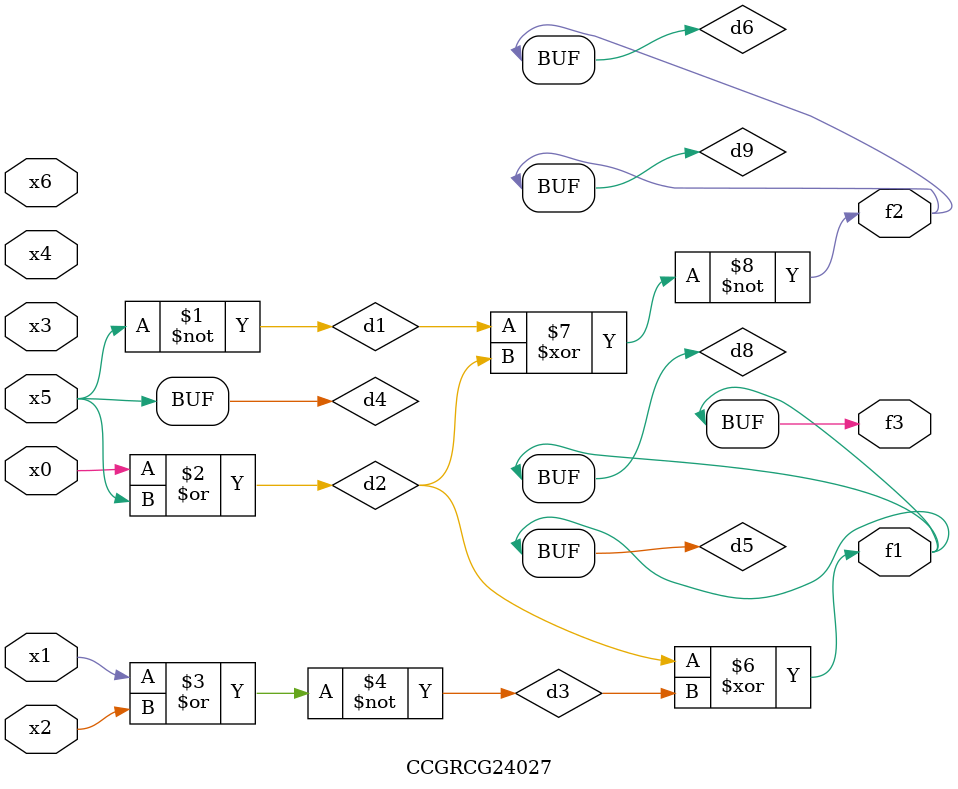
<source format=v>
module CCGRCG24027(
	input x0, x1, x2, x3, x4, x5, x6,
	output f1, f2, f3
);

	wire d1, d2, d3, d4, d5, d6, d7, d8, d9;

	nand (d1, x5);
	or (d2, x0, x5);
	nor (d3, x1, x2);
	xnor (d4, d1);
	xor (d5, d2, d3);
	xnor (d6, d1, d2);
	not (d7, x4);
	buf (d8, d5);
	xor (d9, d6);
	assign f1 = d8;
	assign f2 = d9;
	assign f3 = d8;
endmodule

</source>
